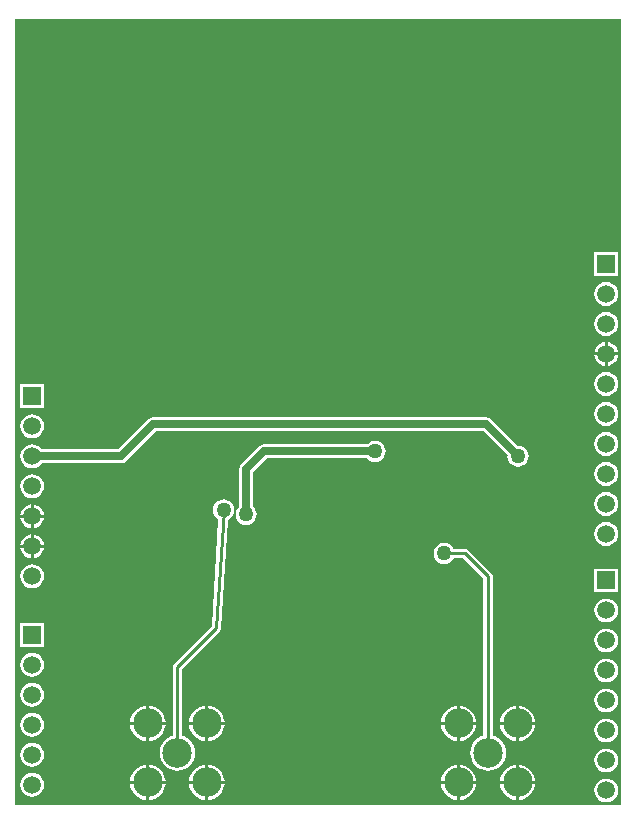
<source format=gbl>
%FSLAX25Y25*%
%MOIN*%
G70*
G01*
G75*
G04 Layer_Physical_Order=2*
G04 Layer_Color=16711680*
%ADD10O,0.01181X0.03937*%
%ADD11R,0.01181X0.03937*%
%ADD12R,0.05600X0.05200*%
%ADD13R,0.05200X0.05600*%
%ADD14C,0.01000*%
%ADD15C,0.02500*%
%ADD16C,0.05000*%
%ADD17R,0.05906X0.05906*%
%ADD18C,0.05906*%
%ADD19C,0.09843*%
G36*
X205000Y3000D02*
X3000D01*
Y265000D01*
X205000D01*
Y3000D01*
D02*
G37*
%LPC*%
G36*
X66429Y29815D02*
X61028D01*
X61094Y29154D01*
X61432Y28038D01*
X61982Y27009D01*
X62722Y26108D01*
X63624Y25368D01*
X64652Y24818D01*
X65768Y24479D01*
X66429Y24414D01*
Y29815D01*
D02*
G37*
G36*
X53145D02*
X47744D01*
Y24414D01*
X48405Y24479D01*
X49521Y24818D01*
X50550Y25368D01*
X51451Y26108D01*
X52191Y27009D01*
X52741Y28038D01*
X53080Y29154D01*
X53145Y29815D01*
D02*
G37*
G36*
X150287D02*
X144887D01*
X144952Y29154D01*
X145290Y28038D01*
X145840Y27009D01*
X146580Y26108D01*
X147482Y25368D01*
X148511Y24818D01*
X149627Y24479D01*
X150287Y24414D01*
Y29815D01*
D02*
G37*
G36*
X72830D02*
X67429D01*
Y24414D01*
X68090Y24479D01*
X69206Y24818D01*
X70235Y25368D01*
X71136Y26108D01*
X71876Y27009D01*
X72426Y28038D01*
X72765Y29154D01*
X72830Y29815D01*
D02*
G37*
G36*
X46744D02*
X41343D01*
X41408Y29154D01*
X41747Y28038D01*
X42297Y27009D01*
X43037Y26108D01*
X43938Y25368D01*
X44967Y24818D01*
X46083Y24479D01*
X46744Y24414D01*
Y29815D01*
D02*
G37*
G36*
X146000Y90530D02*
X145086Y90410D01*
X144235Y90057D01*
X143504Y89496D01*
X142943Y88765D01*
X142590Y87914D01*
X142470Y87000D01*
X142590Y86086D01*
X142943Y85235D01*
X143504Y84504D01*
X144235Y83943D01*
X145086Y83590D01*
X146000Y83470D01*
X146914Y83590D01*
X147765Y83943D01*
X148496Y84504D01*
X149057Y85235D01*
X149155Y85471D01*
X152366D01*
X159101Y78737D01*
Y26196D01*
X158353Y25969D01*
X157324Y25420D01*
X156423Y24680D01*
X155683Y23778D01*
X155133Y22749D01*
X154794Y21633D01*
X154680Y20472D01*
X154794Y19312D01*
X155133Y18195D01*
X155683Y17167D01*
X156423Y16265D01*
X157324Y15525D01*
X158353Y14975D01*
X159469Y14637D01*
X160630Y14523D01*
X161791Y14637D01*
X162907Y14975D01*
X163936Y15525D01*
X164837Y16265D01*
X165577Y17167D01*
X166127Y18195D01*
X166466Y19312D01*
X166580Y20472D01*
X166466Y21633D01*
X166127Y22749D01*
X165577Y23778D01*
X164837Y24680D01*
X163936Y25420D01*
X162907Y25969D01*
X162159Y26196D01*
Y79370D01*
X162043Y79955D01*
X161711Y80451D01*
X154081Y88081D01*
X153585Y88413D01*
X153000Y88529D01*
X149155D01*
X149057Y88765D01*
X148496Y89496D01*
X147765Y90057D01*
X146914Y90410D01*
X146000Y90530D01*
D02*
G37*
G36*
X72496Y105034D02*
X71583Y104914D01*
X70731Y104561D01*
X70000Y104000D01*
X69439Y103269D01*
X69086Y102418D01*
X68966Y101504D01*
X69086Y100590D01*
X69439Y99739D01*
X70000Y99007D01*
X70731Y98447D01*
X70770Y98431D01*
X68510Y62673D01*
X56005Y50168D01*
X55674Y49672D01*
X55557Y49087D01*
Y26196D01*
X54810Y25969D01*
X53781Y25420D01*
X52879Y24680D01*
X52139Y23778D01*
X51590Y22749D01*
X51251Y21633D01*
X51137Y20472D01*
X51251Y19312D01*
X51590Y18195D01*
X52139Y17167D01*
X52879Y16265D01*
X53781Y15525D01*
X54810Y14975D01*
X55926Y14637D01*
X57087Y14523D01*
X58247Y14637D01*
X59364Y14975D01*
X60392Y15525D01*
X61294Y16265D01*
X62034Y17167D01*
X62584Y18195D01*
X62922Y19312D01*
X63037Y20472D01*
X62922Y21633D01*
X62584Y22749D01*
X62034Y23778D01*
X61294Y24680D01*
X60392Y25420D01*
X59364Y25969D01*
X58616Y26196D01*
Y48453D01*
X71081Y60919D01*
X71221Y61127D01*
X71373Y61327D01*
X71386Y61374D01*
X71413Y61415D01*
X71462Y61661D01*
X71526Y61904D01*
X73824Y98265D01*
X74261Y98447D01*
X74993Y99007D01*
X75554Y99739D01*
X75906Y100590D01*
X76026Y101504D01*
X75906Y102418D01*
X75554Y103269D01*
X74993Y104000D01*
X74261Y104561D01*
X73410Y104914D01*
X72496Y105034D01*
D02*
G37*
G36*
X200000Y31940D02*
X198968Y31804D01*
X198007Y31405D01*
X197181Y30772D01*
X196547Y29946D01*
X196149Y28985D01*
X196013Y27953D01*
X196149Y26921D01*
X196547Y25959D01*
X197181Y25134D01*
X198007Y24500D01*
X198968Y24102D01*
X200000Y23966D01*
X201032Y24102D01*
X201993Y24500D01*
X202819Y25134D01*
X203453Y25959D01*
X203851Y26921D01*
X203987Y27953D01*
X203851Y28985D01*
X203453Y29946D01*
X202819Y30772D01*
X201993Y31405D01*
X201032Y31804D01*
X200000Y31940D01*
D02*
G37*
G36*
X8661Y23830D02*
X7630Y23694D01*
X6668Y23295D01*
X5842Y22662D01*
X5209Y21836D01*
X4810Y20875D01*
X4674Y19843D01*
X4810Y18811D01*
X5209Y17849D01*
X5842Y17023D01*
X6668Y16390D01*
X7630Y15992D01*
X8661Y15856D01*
X9693Y15992D01*
X10655Y16390D01*
X11480Y17023D01*
X12114Y17849D01*
X12512Y18811D01*
X12648Y19843D01*
X12512Y20875D01*
X12114Y21836D01*
X11480Y22662D01*
X10655Y23295D01*
X9693Y23694D01*
X8661Y23830D01*
D02*
G37*
G36*
X66429Y36216D02*
X65768Y36151D01*
X64652Y35812D01*
X63624Y35262D01*
X62722Y34522D01*
X61982Y33621D01*
X61432Y32592D01*
X61094Y31476D01*
X61028Y30815D01*
X66429D01*
Y36216D01*
D02*
G37*
G36*
X47744D02*
Y30815D01*
X53145D01*
X53080Y31476D01*
X52741Y32592D01*
X52191Y33621D01*
X51451Y34522D01*
X50550Y35262D01*
X49521Y35812D01*
X48405Y36151D01*
X47744Y36216D01*
D02*
G37*
G36*
X150287D02*
X149627Y36151D01*
X148511Y35812D01*
X147482Y35262D01*
X146580Y34522D01*
X145840Y33621D01*
X145290Y32592D01*
X144952Y31476D01*
X144887Y30815D01*
X150287D01*
Y36216D01*
D02*
G37*
G36*
X67429D02*
Y30815D01*
X72830D01*
X72765Y31476D01*
X72426Y32592D01*
X71876Y33621D01*
X71136Y34522D01*
X70235Y35262D01*
X69206Y35812D01*
X68090Y36151D01*
X67429Y36216D01*
D02*
G37*
G36*
X46744D02*
X46083Y36151D01*
X44967Y35812D01*
X43938Y35262D01*
X43037Y34522D01*
X42297Y33621D01*
X41747Y32592D01*
X41408Y31476D01*
X41343Y30815D01*
X46744D01*
Y36216D01*
D02*
G37*
G36*
X169973Y29815D02*
X164572D01*
X164637Y29154D01*
X164976Y28038D01*
X165525Y27009D01*
X166265Y26108D01*
X167167Y25368D01*
X168196Y24818D01*
X169312Y24479D01*
X169973Y24414D01*
Y29815D01*
D02*
G37*
G36*
X156688D02*
X151287D01*
Y24414D01*
X151948Y24479D01*
X153064Y24818D01*
X154093Y25368D01*
X154995Y26108D01*
X155735Y27009D01*
X156284Y28038D01*
X156623Y29154D01*
X156688Y29815D01*
D02*
G37*
G36*
X8661Y33830D02*
X7630Y33694D01*
X6668Y33295D01*
X5842Y32662D01*
X5209Y31836D01*
X4810Y30874D01*
X4674Y29843D01*
X4810Y28811D01*
X5209Y27849D01*
X5842Y27024D01*
X6668Y26390D01*
X7630Y25992D01*
X8661Y25856D01*
X9693Y25992D01*
X10655Y26390D01*
X11480Y27024D01*
X12114Y27849D01*
X12512Y28811D01*
X12648Y29843D01*
X12512Y30874D01*
X12114Y31836D01*
X11480Y32662D01*
X10655Y33295D01*
X9693Y33694D01*
X8661Y33830D01*
D02*
G37*
G36*
X176373Y29815D02*
X170973D01*
Y24414D01*
X171633Y24479D01*
X172749Y24818D01*
X173778Y25368D01*
X174680Y26108D01*
X175420Y27009D01*
X175970Y28038D01*
X176308Y29154D01*
X176373Y29815D01*
D02*
G37*
G36*
X200000Y21940D02*
X198968Y21804D01*
X198007Y21406D01*
X197181Y20772D01*
X196547Y19946D01*
X196149Y18985D01*
X196013Y17953D01*
X196149Y16921D01*
X196547Y15959D01*
X197181Y15134D01*
X198007Y14500D01*
X198968Y14102D01*
X200000Y13966D01*
X201032Y14102D01*
X201993Y14500D01*
X202819Y15134D01*
X203453Y15959D01*
X203851Y16921D01*
X203987Y17953D01*
X203851Y18985D01*
X203453Y19946D01*
X202819Y20772D01*
X201993Y21406D01*
X201032Y21804D01*
X200000Y21940D01*
D02*
G37*
G36*
X156688Y10130D02*
X151287D01*
Y4729D01*
X151948Y4794D01*
X153064Y5133D01*
X154093Y5683D01*
X154995Y6423D01*
X155735Y7324D01*
X156284Y8353D01*
X156623Y9469D01*
X156688Y10130D01*
D02*
G37*
G36*
X150287D02*
X144887D01*
X144952Y9469D01*
X145290Y8353D01*
X145840Y7324D01*
X146580Y6423D01*
X147482Y5683D01*
X148511Y5133D01*
X149627Y4794D01*
X150287Y4729D01*
Y10130D01*
D02*
G37*
G36*
X176373D02*
X170973D01*
Y4729D01*
X171633Y4794D01*
X172749Y5133D01*
X173778Y5683D01*
X174680Y6423D01*
X175420Y7324D01*
X175970Y8353D01*
X176308Y9469D01*
X176373Y10130D01*
D02*
G37*
G36*
X169973D02*
X164572D01*
X164637Y9469D01*
X164976Y8353D01*
X165525Y7324D01*
X166265Y6423D01*
X167167Y5683D01*
X168196Y5133D01*
X169312Y4794D01*
X169973Y4729D01*
Y10130D01*
D02*
G37*
G36*
X72830D02*
X67429D01*
Y4729D01*
X68090Y4794D01*
X69206Y5133D01*
X70235Y5683D01*
X71136Y6423D01*
X71876Y7324D01*
X72426Y8353D01*
X72765Y9469D01*
X72830Y10130D01*
D02*
G37*
G36*
X46744D02*
X41343D01*
X41408Y9469D01*
X41747Y8353D01*
X42297Y7324D01*
X43037Y6423D01*
X43938Y5683D01*
X44967Y5133D01*
X46083Y4794D01*
X46744Y4729D01*
Y10130D01*
D02*
G37*
G36*
X200000Y11940D02*
X198968Y11804D01*
X198007Y11406D01*
X197181Y10772D01*
X196547Y9946D01*
X196149Y8985D01*
X196013Y7953D01*
X196149Y6921D01*
X196547Y5959D01*
X197181Y5134D01*
X198007Y4500D01*
X198968Y4102D01*
X200000Y3966D01*
X201032Y4102D01*
X201993Y4500D01*
X202819Y5134D01*
X203453Y5959D01*
X203851Y6921D01*
X203987Y7953D01*
X203851Y8985D01*
X203453Y9946D01*
X202819Y10772D01*
X201993Y11406D01*
X201032Y11804D01*
X200000Y11940D01*
D02*
G37*
G36*
X66429Y10130D02*
X61028D01*
X61094Y9469D01*
X61432Y8353D01*
X61982Y7324D01*
X62722Y6423D01*
X63624Y5683D01*
X64652Y5133D01*
X65768Y4794D01*
X66429Y4729D01*
Y10130D01*
D02*
G37*
G36*
X53145D02*
X47744D01*
Y4729D01*
X48405Y4794D01*
X49521Y5133D01*
X50550Y5683D01*
X51451Y6423D01*
X52191Y7324D01*
X52741Y8353D01*
X53080Y9469D01*
X53145Y10130D01*
D02*
G37*
G36*
X151287Y16531D02*
Y11130D01*
X156688D01*
X156623Y11791D01*
X156284Y12907D01*
X155735Y13935D01*
X154995Y14837D01*
X154093Y15577D01*
X153064Y16127D01*
X151948Y16465D01*
X151287Y16531D01*
D02*
G37*
G36*
X150287D02*
X149627Y16465D01*
X148511Y16127D01*
X147482Y15577D01*
X146580Y14837D01*
X145840Y13935D01*
X145290Y12907D01*
X144952Y11791D01*
X144887Y11130D01*
X150287D01*
Y16531D01*
D02*
G37*
G36*
X170973D02*
Y11130D01*
X176373D01*
X176308Y11791D01*
X175970Y12907D01*
X175420Y13935D01*
X174680Y14837D01*
X173778Y15577D01*
X172749Y16127D01*
X171633Y16465D01*
X170973Y16531D01*
D02*
G37*
G36*
X169973D02*
X169312Y16465D01*
X168196Y16127D01*
X167167Y15577D01*
X166265Y14837D01*
X165525Y13935D01*
X164976Y12907D01*
X164637Y11791D01*
X164572Y11130D01*
X169973D01*
Y16531D01*
D02*
G37*
G36*
X67429D02*
Y11130D01*
X72830D01*
X72765Y11791D01*
X72426Y12907D01*
X71876Y13935D01*
X71136Y14837D01*
X70235Y15577D01*
X69206Y16127D01*
X68090Y16465D01*
X67429Y16531D01*
D02*
G37*
G36*
X46744D02*
X46083Y16465D01*
X44967Y16127D01*
X43938Y15577D01*
X43037Y14837D01*
X42297Y13935D01*
X41747Y12907D01*
X41408Y11791D01*
X41343Y11130D01*
X46744D01*
Y16531D01*
D02*
G37*
G36*
X8661Y13829D02*
X7630Y13694D01*
X6668Y13295D01*
X5842Y12662D01*
X5209Y11836D01*
X4810Y10875D01*
X4674Y9843D01*
X4810Y8811D01*
X5209Y7849D01*
X5842Y7023D01*
X6668Y6390D01*
X7630Y5992D01*
X8661Y5856D01*
X9693Y5992D01*
X10655Y6390D01*
X11480Y7023D01*
X12114Y7849D01*
X12512Y8811D01*
X12648Y9843D01*
X12512Y10875D01*
X12114Y11836D01*
X11480Y12662D01*
X10655Y13295D01*
X9693Y13694D01*
X8661Y13829D01*
D02*
G37*
G36*
X66429Y16531D02*
X65768Y16465D01*
X64652Y16127D01*
X63624Y15577D01*
X62722Y14837D01*
X61982Y13935D01*
X61432Y12907D01*
X61094Y11791D01*
X61028Y11130D01*
X66429D01*
Y16531D01*
D02*
G37*
G36*
X47744D02*
Y11130D01*
X53145D01*
X53080Y11791D01*
X52741Y12907D01*
X52191Y13935D01*
X51451Y14837D01*
X50550Y15577D01*
X49521Y16127D01*
X48405Y16465D01*
X47744Y16531D01*
D02*
G37*
G36*
X123000Y124530D02*
X122086Y124410D01*
X121235Y124057D01*
X120504Y123496D01*
X120349Y123294D01*
X86000D01*
X85122Y123119D01*
X84378Y122622D01*
X78378Y116622D01*
X77881Y115878D01*
X77706Y115000D01*
Y102651D01*
X77504Y102496D01*
X76943Y101765D01*
X76590Y100914D01*
X76470Y100000D01*
X76590Y99086D01*
X76943Y98235D01*
X77504Y97504D01*
X78235Y96943D01*
X79086Y96590D01*
X80000Y96470D01*
X80914Y96590D01*
X81765Y96943D01*
X82496Y97504D01*
X83057Y98235D01*
X83410Y99086D01*
X83530Y100000D01*
X83410Y100914D01*
X83057Y101765D01*
X82496Y102496D01*
X82294Y102651D01*
Y114050D01*
X86950Y118706D01*
X120349D01*
X120504Y118504D01*
X121235Y117943D01*
X122086Y117590D01*
X123000Y117470D01*
X123914Y117590D01*
X124765Y117943D01*
X125496Y118504D01*
X126057Y119235D01*
X126410Y120086D01*
X126530Y121000D01*
X126410Y121914D01*
X126057Y122765D01*
X125496Y123496D01*
X124765Y124057D01*
X123914Y124410D01*
X123000Y124530D01*
D02*
G37*
G36*
X160000Y132294D02*
X49000D01*
X48122Y132120D01*
X47378Y131622D01*
X37420Y121664D01*
X11883D01*
X11480Y122189D01*
X10655Y122823D01*
X9693Y123221D01*
X8661Y123357D01*
X7630Y123221D01*
X6668Y122823D01*
X5842Y122189D01*
X5209Y121363D01*
X4810Y120402D01*
X4674Y119370D01*
X4810Y118338D01*
X5209Y117377D01*
X5842Y116551D01*
X6668Y115917D01*
X7630Y115519D01*
X8661Y115383D01*
X9693Y115519D01*
X10655Y115917D01*
X11480Y116551D01*
X11883Y117076D01*
X38370D01*
X39248Y117251D01*
X39992Y117748D01*
X39992Y117748D01*
X39992Y117748D01*
X49950Y127706D01*
X159050D01*
X167133Y119623D01*
X167100Y119370D01*
X167220Y118456D01*
X167573Y117605D01*
X168134Y116874D01*
X168865Y116313D01*
X169716Y115960D01*
X170630Y115840D01*
X171544Y115960D01*
X172395Y116313D01*
X173126Y116874D01*
X173687Y117605D01*
X174040Y118456D01*
X174160Y119370D01*
X174040Y120284D01*
X173687Y121135D01*
X173126Y121866D01*
X172395Y122427D01*
X171544Y122780D01*
X170630Y122900D01*
X170377Y122867D01*
X161622Y131622D01*
X160878Y132120D01*
X160000Y132294D01*
D02*
G37*
G36*
X8661Y133357D02*
X7630Y133221D01*
X6668Y132823D01*
X5842Y132189D01*
X5209Y131363D01*
X4810Y130402D01*
X4674Y129370D01*
X4810Y128338D01*
X5209Y127377D01*
X5842Y126551D01*
X6668Y125917D01*
X7630Y125519D01*
X8661Y125383D01*
X9693Y125519D01*
X10655Y125917D01*
X11480Y126551D01*
X12114Y127377D01*
X12512Y128338D01*
X12648Y129370D01*
X12512Y130402D01*
X12114Y131363D01*
X11480Y132189D01*
X10655Y132823D01*
X9693Y133221D01*
X8661Y133357D01*
D02*
G37*
G36*
X200000Y127452D02*
X198968Y127316D01*
X198007Y126917D01*
X197181Y126284D01*
X196547Y125458D01*
X196149Y124496D01*
X196013Y123465D01*
X196149Y122433D01*
X196547Y121471D01*
X197181Y120645D01*
X198007Y120012D01*
X198968Y119614D01*
X200000Y119478D01*
X201032Y119614D01*
X201993Y120012D01*
X202819Y120645D01*
X203453Y121471D01*
X203851Y122433D01*
X203987Y123465D01*
X203851Y124496D01*
X203453Y125458D01*
X202819Y126284D01*
X201993Y126917D01*
X201032Y127316D01*
X200000Y127452D01*
D02*
G37*
G36*
Y117452D02*
X198968Y117316D01*
X198007Y116917D01*
X197181Y116284D01*
X196547Y115458D01*
X196149Y114497D01*
X196013Y113465D01*
X196149Y112433D01*
X196547Y111471D01*
X197181Y110645D01*
X198007Y110012D01*
X198968Y109614D01*
X200000Y109478D01*
X201032Y109614D01*
X201993Y110012D01*
X202819Y110645D01*
X203453Y111471D01*
X203851Y112433D01*
X203987Y113465D01*
X203851Y114497D01*
X203453Y115458D01*
X202819Y116284D01*
X201993Y116917D01*
X201032Y117316D01*
X200000Y117452D01*
D02*
G37*
G36*
X8161Y103291D02*
X7630Y103221D01*
X6668Y102823D01*
X5842Y102189D01*
X5209Y101363D01*
X4810Y100402D01*
X4740Y99870D01*
X8161D01*
Y103291D01*
D02*
G37*
G36*
X200000Y107451D02*
X198968Y107316D01*
X198007Y106917D01*
X197181Y106284D01*
X196547Y105458D01*
X196149Y104497D01*
X196013Y103465D01*
X196149Y102433D01*
X196547Y101471D01*
X197181Y100645D01*
X198007Y100012D01*
X198968Y99614D01*
X200000Y99478D01*
X201032Y99614D01*
X201993Y100012D01*
X202819Y100645D01*
X203453Y101471D01*
X203851Y102433D01*
X203987Y103465D01*
X203851Y104497D01*
X203453Y105458D01*
X202819Y106284D01*
X201993Y106917D01*
X201032Y107316D01*
X200000Y107451D01*
D02*
G37*
G36*
X8661Y113357D02*
X7630Y113221D01*
X6668Y112823D01*
X5842Y112189D01*
X5209Y111363D01*
X4810Y110402D01*
X4674Y109370D01*
X4810Y108338D01*
X5209Y107377D01*
X5842Y106551D01*
X6668Y105917D01*
X7630Y105519D01*
X8661Y105383D01*
X9693Y105519D01*
X10655Y105917D01*
X11480Y106551D01*
X12114Y107377D01*
X12512Y108338D01*
X12648Y109370D01*
X12512Y110402D01*
X12114Y111363D01*
X11480Y112189D01*
X10655Y112823D01*
X9693Y113221D01*
X8661Y113357D01*
D02*
G37*
G36*
X9161Y103291D02*
Y99870D01*
X12582D01*
X12512Y100402D01*
X12114Y101363D01*
X11480Y102189D01*
X10655Y102823D01*
X9693Y103221D01*
X9161Y103291D01*
D02*
G37*
G36*
X200000Y137452D02*
X198968Y137316D01*
X198007Y136917D01*
X197181Y136284D01*
X196547Y135458D01*
X196149Y134496D01*
X196013Y133465D01*
X196149Y132433D01*
X196547Y131471D01*
X197181Y130646D01*
X198007Y130012D01*
X198968Y129614D01*
X200000Y129478D01*
X201032Y129614D01*
X201993Y130012D01*
X202819Y130646D01*
X203453Y131471D01*
X203851Y132433D01*
X203987Y133465D01*
X203851Y134496D01*
X203453Y135458D01*
X202819Y136284D01*
X201993Y136917D01*
X201032Y137316D01*
X200000Y137452D01*
D02*
G37*
G36*
Y167452D02*
X198968Y167316D01*
X198007Y166917D01*
X197181Y166284D01*
X196547Y165458D01*
X196149Y164497D01*
X196013Y163465D01*
X196149Y162433D01*
X196547Y161471D01*
X197181Y160645D01*
X198007Y160012D01*
X198968Y159614D01*
X200000Y159478D01*
X201032Y159614D01*
X201993Y160012D01*
X202819Y160645D01*
X203453Y161471D01*
X203851Y162433D01*
X203987Y163465D01*
X203851Y164497D01*
X203453Y165458D01*
X202819Y166284D01*
X201993Y166917D01*
X201032Y167316D01*
X200000Y167452D01*
D02*
G37*
G36*
X200500Y157386D02*
Y153965D01*
X203921D01*
X203851Y154497D01*
X203453Y155458D01*
X202819Y156284D01*
X201993Y156917D01*
X201032Y157316D01*
X200500Y157386D01*
D02*
G37*
G36*
X203953Y187417D02*
X196047D01*
Y179512D01*
X203953D01*
Y187417D01*
D02*
G37*
G36*
X200000Y177452D02*
X198968Y177316D01*
X198007Y176917D01*
X197181Y176284D01*
X196547Y175458D01*
X196149Y174496D01*
X196013Y173465D01*
X196149Y172433D01*
X196547Y171471D01*
X197181Y170645D01*
X198007Y170012D01*
X198968Y169614D01*
X200000Y169478D01*
X201032Y169614D01*
X201993Y170012D01*
X202819Y170645D01*
X203453Y171471D01*
X203851Y172433D01*
X203987Y173465D01*
X203851Y174496D01*
X203453Y175458D01*
X202819Y176284D01*
X201993Y176917D01*
X201032Y177316D01*
X200000Y177452D01*
D02*
G37*
G36*
X199500Y157386D02*
X198968Y157316D01*
X198007Y156917D01*
X197181Y156284D01*
X196547Y155458D01*
X196149Y154497D01*
X196079Y153965D01*
X199500D01*
Y157386D01*
D02*
G37*
G36*
X200000Y147451D02*
X198968Y147316D01*
X198007Y146917D01*
X197181Y146284D01*
X196547Y145458D01*
X196149Y144497D01*
X196013Y143465D01*
X196149Y142433D01*
X196547Y141471D01*
X197181Y140646D01*
X198007Y140012D01*
X198968Y139614D01*
X200000Y139478D01*
X201032Y139614D01*
X201993Y140012D01*
X202819Y140646D01*
X203453Y141471D01*
X203851Y142433D01*
X203987Y143465D01*
X203851Y144497D01*
X203453Y145458D01*
X202819Y146284D01*
X201993Y146917D01*
X201032Y147316D01*
X200000Y147451D01*
D02*
G37*
G36*
X12614Y143323D02*
X4709D01*
Y135417D01*
X12614D01*
Y143323D01*
D02*
G37*
G36*
X203921Y152965D02*
X200500D01*
Y149544D01*
X201032Y149614D01*
X201993Y150012D01*
X202819Y150645D01*
X203453Y151471D01*
X203851Y152433D01*
X203921Y152965D01*
D02*
G37*
G36*
X199500D02*
X196079D01*
X196149Y152433D01*
X196547Y151471D01*
X197181Y150645D01*
X198007Y150012D01*
X198968Y149614D01*
X199500Y149544D01*
Y152965D01*
D02*
G37*
G36*
X8661Y53829D02*
X7630Y53694D01*
X6668Y53295D01*
X5842Y52662D01*
X5209Y51836D01*
X4810Y50875D01*
X4674Y49843D01*
X4810Y48811D01*
X5209Y47849D01*
X5842Y47023D01*
X6668Y46390D01*
X7630Y45992D01*
X8661Y45856D01*
X9693Y45992D01*
X10655Y46390D01*
X11480Y47023D01*
X12114Y47849D01*
X12512Y48811D01*
X12648Y49843D01*
X12512Y50875D01*
X12114Y51836D01*
X11480Y52662D01*
X10655Y53295D01*
X9693Y53694D01*
X8661Y53829D01*
D02*
G37*
G36*
X200000Y51940D02*
X198968Y51804D01*
X198007Y51406D01*
X197181Y50772D01*
X196547Y49946D01*
X196149Y48985D01*
X196013Y47953D01*
X196149Y46921D01*
X196547Y45959D01*
X197181Y45134D01*
X198007Y44500D01*
X198968Y44102D01*
X200000Y43966D01*
X201032Y44102D01*
X201993Y44500D01*
X202819Y45134D01*
X203453Y45959D01*
X203851Y46921D01*
X203987Y47953D01*
X203851Y48985D01*
X203453Y49946D01*
X202819Y50772D01*
X201993Y51406D01*
X201032Y51804D01*
X200000Y51940D01*
D02*
G37*
G36*
X12614Y63795D02*
X4709D01*
Y55890D01*
X12614D01*
Y63795D01*
D02*
G37*
G36*
X200000Y61940D02*
X198968Y61804D01*
X198007Y61405D01*
X197181Y60772D01*
X196547Y59946D01*
X196149Y58985D01*
X196013Y57953D01*
X196149Y56921D01*
X196547Y55959D01*
X197181Y55134D01*
X198007Y54500D01*
X198968Y54102D01*
X200000Y53966D01*
X201032Y54102D01*
X201993Y54500D01*
X202819Y55134D01*
X203453Y55959D01*
X203851Y56921D01*
X203987Y57953D01*
X203851Y58985D01*
X203453Y59946D01*
X202819Y60772D01*
X201993Y61405D01*
X201032Y61804D01*
X200000Y61940D01*
D02*
G37*
G36*
X8661Y43830D02*
X7630Y43694D01*
X6668Y43295D01*
X5842Y42662D01*
X5209Y41836D01*
X4810Y40874D01*
X4674Y39843D01*
X4810Y38811D01*
X5209Y37849D01*
X5842Y37023D01*
X6668Y36390D01*
X7630Y35992D01*
X8661Y35856D01*
X9693Y35992D01*
X10655Y36390D01*
X11480Y37023D01*
X12114Y37849D01*
X12512Y38811D01*
X12648Y39843D01*
X12512Y40874D01*
X12114Y41836D01*
X11480Y42662D01*
X10655Y43295D01*
X9693Y43694D01*
X8661Y43830D01*
D02*
G37*
G36*
X169973Y36216D02*
X169312Y36151D01*
X168196Y35812D01*
X167167Y35262D01*
X166265Y34522D01*
X165525Y33621D01*
X164976Y32592D01*
X164637Y31476D01*
X164572Y30815D01*
X169973D01*
Y36216D01*
D02*
G37*
G36*
X151287D02*
Y30815D01*
X156688D01*
X156623Y31476D01*
X156284Y32592D01*
X155735Y33621D01*
X154995Y34522D01*
X154093Y35262D01*
X153064Y35812D01*
X151948Y36151D01*
X151287Y36216D01*
D02*
G37*
G36*
X200000Y41940D02*
X198968Y41804D01*
X198007Y41405D01*
X197181Y40772D01*
X196547Y39946D01*
X196149Y38985D01*
X196013Y37953D01*
X196149Y36921D01*
X196547Y35959D01*
X197181Y35134D01*
X198007Y34500D01*
X198968Y34102D01*
X200000Y33966D01*
X201032Y34102D01*
X201993Y34500D01*
X202819Y35134D01*
X203453Y35959D01*
X203851Y36921D01*
X203987Y37953D01*
X203851Y38985D01*
X203453Y39946D01*
X202819Y40772D01*
X201993Y41405D01*
X201032Y41804D01*
X200000Y41940D01*
D02*
G37*
G36*
X170973Y36216D02*
Y30815D01*
X176373D01*
X176308Y31476D01*
X175970Y32592D01*
X175420Y33621D01*
X174680Y34522D01*
X173778Y35262D01*
X172749Y35812D01*
X171633Y36151D01*
X170973Y36216D01*
D02*
G37*
G36*
X200000Y71940D02*
X198968Y71804D01*
X198007Y71406D01*
X197181Y70772D01*
X196547Y69946D01*
X196149Y68985D01*
X196013Y67953D01*
X196149Y66921D01*
X196547Y65959D01*
X197181Y65134D01*
X198007Y64500D01*
X198968Y64102D01*
X200000Y63966D01*
X201032Y64102D01*
X201993Y64500D01*
X202819Y65134D01*
X203453Y65959D01*
X203851Y66921D01*
X203987Y67953D01*
X203851Y68985D01*
X203453Y69946D01*
X202819Y70772D01*
X201993Y71406D01*
X201032Y71804D01*
X200000Y71940D01*
D02*
G37*
G36*
X9161Y93291D02*
Y89870D01*
X12582D01*
X12512Y90402D01*
X12114Y91363D01*
X11480Y92189D01*
X10655Y92823D01*
X9693Y93221D01*
X9161Y93291D01*
D02*
G37*
G36*
X8161D02*
X7630Y93221D01*
X6668Y92823D01*
X5842Y92189D01*
X5209Y91363D01*
X4810Y90402D01*
X4740Y89870D01*
X8161D01*
Y93291D01*
D02*
G37*
G36*
X12582Y98870D02*
X9161D01*
Y95449D01*
X9693Y95519D01*
X10655Y95917D01*
X11480Y96551D01*
X12114Y97377D01*
X12512Y98338D01*
X12582Y98870D01*
D02*
G37*
G36*
X8161D02*
X4740D01*
X4810Y98338D01*
X5209Y97377D01*
X5842Y96551D01*
X6668Y95917D01*
X7630Y95519D01*
X8161Y95449D01*
Y98870D01*
D02*
G37*
G36*
X200000Y97452D02*
X198968Y97316D01*
X198007Y96917D01*
X197181Y96284D01*
X196547Y95458D01*
X196149Y94497D01*
X196013Y93465D01*
X196149Y92433D01*
X196547Y91471D01*
X197181Y90645D01*
X198007Y90012D01*
X198968Y89614D01*
X200000Y89478D01*
X201032Y89614D01*
X201993Y90012D01*
X202819Y90645D01*
X203453Y91471D01*
X203851Y92433D01*
X203987Y93465D01*
X203851Y94497D01*
X203453Y95458D01*
X202819Y96284D01*
X201993Y96917D01*
X201032Y97316D01*
X200000Y97452D01*
D02*
G37*
G36*
X8661Y83357D02*
X7630Y83221D01*
X6668Y82823D01*
X5842Y82189D01*
X5209Y81363D01*
X4810Y80402D01*
X4674Y79370D01*
X4810Y78338D01*
X5209Y77377D01*
X5842Y76551D01*
X6668Y75917D01*
X7630Y75519D01*
X8661Y75383D01*
X9693Y75519D01*
X10655Y75917D01*
X11480Y76551D01*
X12114Y77377D01*
X12512Y78338D01*
X12648Y79370D01*
X12512Y80402D01*
X12114Y81363D01*
X11480Y82189D01*
X10655Y82823D01*
X9693Y83221D01*
X8661Y83357D01*
D02*
G37*
G36*
X203953Y81906D02*
X196047D01*
Y74000D01*
X203953D01*
Y81906D01*
D02*
G37*
G36*
X12582Y88870D02*
X9161D01*
Y85449D01*
X9693Y85519D01*
X10655Y85917D01*
X11480Y86551D01*
X12114Y87377D01*
X12512Y88338D01*
X12582Y88870D01*
D02*
G37*
G36*
X8161D02*
X4740D01*
X4810Y88338D01*
X5209Y87377D01*
X5842Y86551D01*
X6668Y85917D01*
X7630Y85519D01*
X8161Y85449D01*
Y88870D01*
D02*
G37*
%LPD*%
D14*
X146000Y87000D02*
X153000D01*
X160630Y79370D01*
Y20472D02*
Y79370D01*
X57087Y20472D02*
Y49087D01*
X70000Y62000D01*
X72496Y101504D01*
D15*
X80000Y100000D02*
Y115000D01*
X86000Y121000D01*
X123000D01*
X160000Y130000D02*
X170630Y119370D01*
X49000Y130000D02*
X160000D01*
X38370Y119370D02*
X49000Y130000D01*
X8661Y119370D02*
X38370D01*
D16*
X80000Y100000D02*
D03*
X123000Y121000D02*
D03*
X146000Y87000D02*
D03*
X72496Y101504D02*
D03*
X170630Y119370D02*
D03*
D17*
X8661Y59843D02*
D03*
Y139370D02*
D03*
X200000Y77953D02*
D03*
Y183465D02*
D03*
D18*
X8661Y49843D02*
D03*
Y39843D02*
D03*
Y29843D02*
D03*
Y19843D02*
D03*
Y9843D02*
D03*
Y79370D02*
D03*
Y89370D02*
D03*
Y99370D02*
D03*
Y109370D02*
D03*
Y129370D02*
D03*
Y119370D02*
D03*
X200000Y67953D02*
D03*
Y57953D02*
D03*
Y47953D02*
D03*
Y37953D02*
D03*
Y27953D02*
D03*
Y17953D02*
D03*
Y7953D02*
D03*
Y163465D02*
D03*
Y93465D02*
D03*
Y103465D02*
D03*
Y113465D02*
D03*
Y123465D02*
D03*
Y133465D02*
D03*
Y143465D02*
D03*
Y153465D02*
D03*
Y173465D02*
D03*
D19*
X150787Y30315D02*
D03*
X170473D02*
D03*
Y10630D02*
D03*
X150787D02*
D03*
X160630Y20472D02*
D03*
X47244Y30315D02*
D03*
X66929D02*
D03*
Y10630D02*
D03*
X47244D02*
D03*
X57087Y20472D02*
D03*
M02*

</source>
